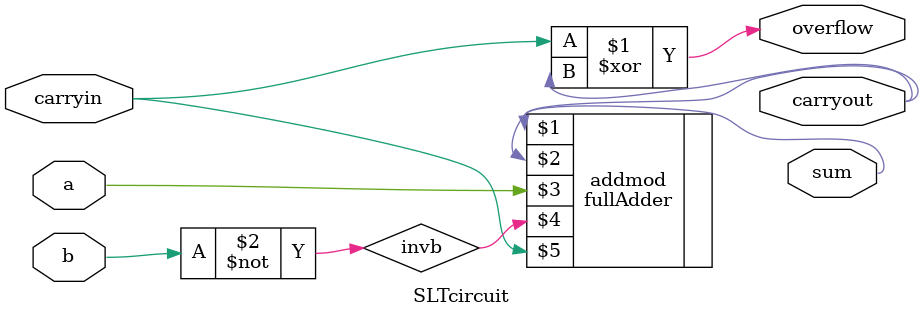
<source format=v>

`timescale 1 ns/1 ps
`define AND and #30
`define OR or #30
`define XOR xor #50

`include "adder.v"

module SLTcircuit
(
    output overflow,
    output carryout,
    output sum,
    input a,
    input b,
    input carryin
);
    wire a, b, invb;
    wire carryin, carryout, sum;

    not notgate(invb, b);
    fullAdder addmod(sum, carryout, a, invb, carryin);
    xor xorgate(overflow, carryin, carryout);

endmodule

</source>
